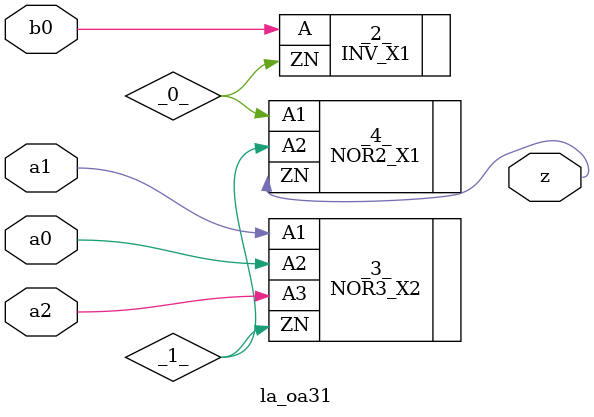
<source format=v>

/* Generated by Yosys 0.44 (git sha1 80ba43d26, g++ 11.4.0-1ubuntu1~22.04 -fPIC -O3) */

(* top =  1  *)
(* src = "generated" *)
(* keep_hierarchy *)
module la_oa31 (
    a0,
    a1,
    a2,
    b0,
    z
);
  wire _0_;
  wire _1_;
  (* src = "generated" *)
  input a0;
  wire a0;
  (* src = "generated" *)
  input a1;
  wire a1;
  (* src = "generated" *)
  input a2;
  wire a2;
  (* src = "generated" *)
  input b0;
  wire b0;
  (* src = "generated" *)
  output z;
  wire z;
  INV_X1 _2_ (
      .A (b0),
      .ZN(_0_)
  );
  NOR3_X2 _3_ (
      .A1(a1),
      .A2(a0),
      .A3(a2),
      .ZN(_1_)
  );
  NOR2_X1 _4_ (
      .A1(_0_),
      .A2(_1_),
      .ZN(z)
  );
endmodule

</source>
